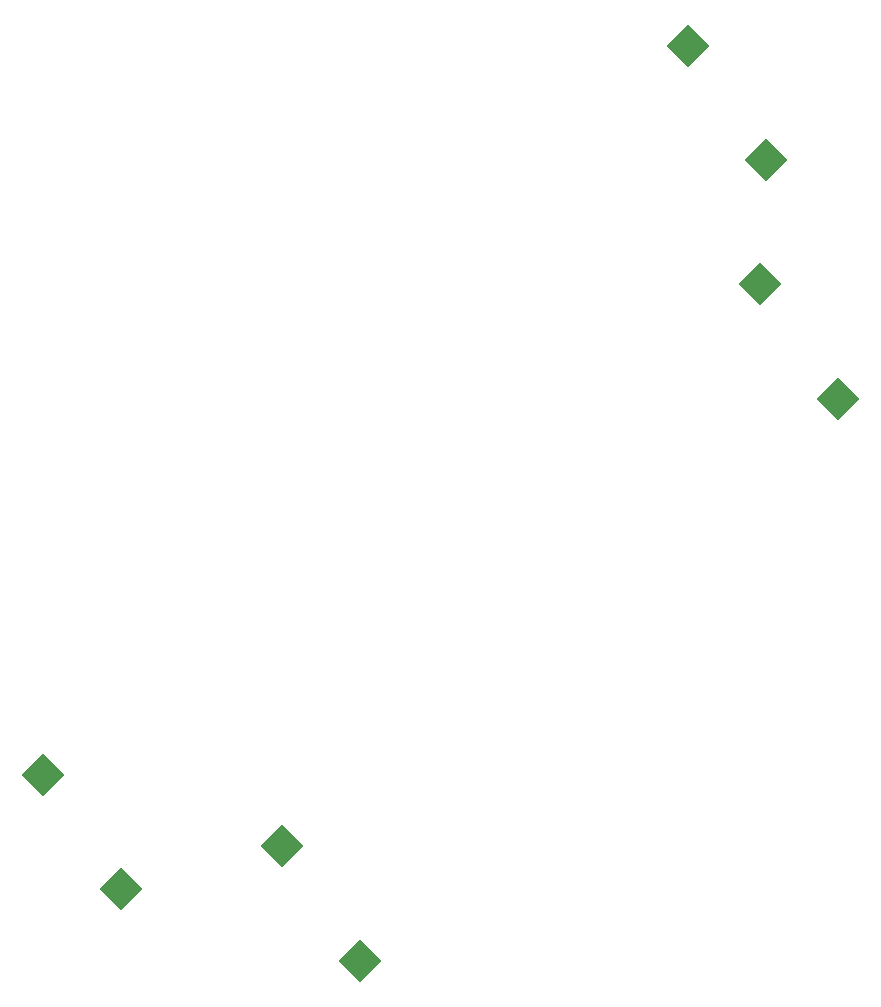
<source format=gbr>
G04 #@! TF.GenerationSoftware,KiCad,Pcbnew,9.0.2*
G04 #@! TF.CreationDate,2025-09-19T15:02:21-04:00*
G04 #@! TF.ProjectId,Trackball,54726163-6b62-4616-9c6c-2e6b69636164,rev?*
G04 #@! TF.SameCoordinates,Original*
G04 #@! TF.FileFunction,Paste,Bot*
G04 #@! TF.FilePolarity,Positive*
%FSLAX46Y46*%
G04 Gerber Fmt 4.6, Leading zero omitted, Abs format (unit mm)*
G04 Created by KiCad (PCBNEW 9.0.2) date 2025-09-19 15:02:21*
%MOMM*%
%LPD*%
G01*
G04 APERTURE LIST*
G04 Aperture macros list*
%AMRotRect*
0 Rectangle, with rotation*
0 The origin of the aperture is its center*
0 $1 length*
0 $2 width*
0 $3 Rotation angle, in degrees counterclockwise*
0 Add horizontal line*
21,1,$1,$2,0,0,$3*%
G04 Aperture macros list end*
%ADD10RotRect,2.600000X2.600000X315.000000*%
%ADD11RotRect,2.600000X2.600000X135.000000*%
G04 APERTURE END LIST*
D10*
X254005023Y-66129654D03*
X247393575Y-56406936D03*
X260086142Y-86352908D03*
X253474694Y-76630190D03*
D11*
X192734221Y-118137358D03*
X199345669Y-127860076D03*
X212957475Y-124218476D03*
X219568923Y-133941194D03*
M02*

</source>
